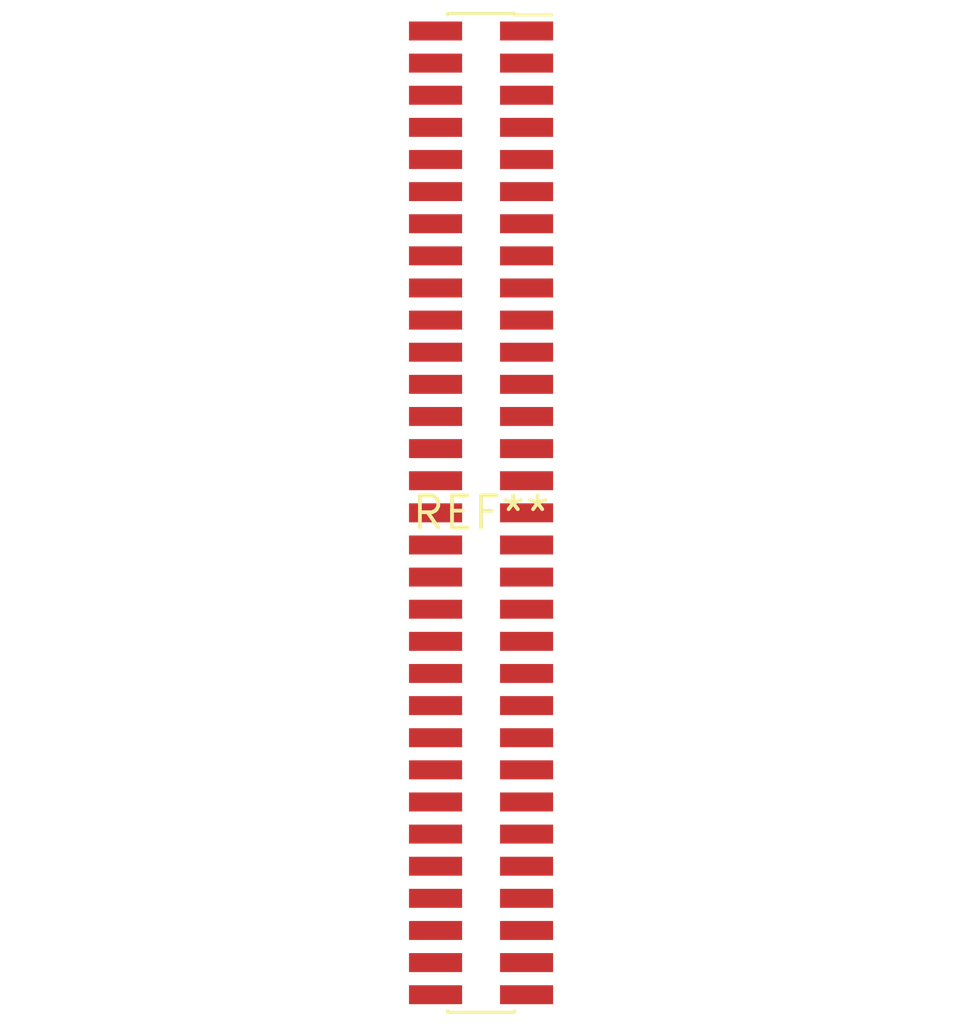
<source format=kicad_pcb>
(kicad_pcb (version 20240108) (generator pcbnew)
  (layers (0 "F.Cu" signal) (31 "B.Cu" signal) (34 "B.Paste" user) (35 "F.Paste" user) (36 "B.SilkS" user "B.Silkscreen") (37 "F.SilkS" user "F.Silkscreen") (38 "B.Mask" user) (39 "F.Mask" user) (44 "Edge.Cuts" user))
  (net 0 "")
  (footprint "PinSocket_2x31_P1.27mm_Vertical_SMD" (layer "F.Cu") (at 0 0)
    (property "Reference" "REF**")
    (property "Value" "PinSocket_2x31_P1.27mm_Vertical_SMD")
    (fp_line (start -1.33 -19.745) (end -1.33 -19.685) (layer "F.SilkS") (stroke (width 0.12)))
    (fp_line (start -1.33 -19.745) (end 1.33 -19.745) (layer "F.SilkS") (stroke (width 0.12)))
    (fp_line (start -1.33 19.685) (end -1.33 19.745) (layer "F.SilkS") (stroke (width 0.12)))
    (fp_line (start -1.33 19.745) (end 1.33 19.745) (layer "F.SilkS") (stroke (width 0.12)))
    (fp_line (start 1.33 -19.745) (end 1.33 -19.685) (layer "F.SilkS") (stroke (width 0.12)))
    (fp_line (start 1.33 -19.685) (end 2.79 -19.685) (layer "F.SilkS") (stroke (width 0.12)))
    (fp_line (start 1.33 19.685) (end 1.33 19.745) (layer "F.SilkS") (stroke (width 0.12)))
    (pad "1" smd rect (at 1.8 -19.05) (size 2.1 0.75) (layers "F.Cu" "F.Paste" "F.Mask"))
    (pad "2" smd rect (at -1.8 -19.05) (size 2.1 0.75) (layers "F.Cu" "F.Paste" "F.Mask"))
    (pad "3" smd rect (at 1.8 -17.78) (size 2.1 0.75) (layers "F.Cu" "F.Paste" "F.Mask"))
    (pad "4" smd rect (at -1.8 -17.78) (size 2.1 0.75) (layers "F.Cu" "F.Paste" "F.Mask"))
    (pad "5" smd rect (at 1.8 -16.51) (size 2.1 0.75) (layers "F.Cu" "F.Paste" "F.Mask"))
    (pad "6" smd rect (at -1.8 -16.51) (size 2.1 0.75) (layers "F.Cu" "F.Paste" "F.Mask"))
    (pad "7" smd rect (at 1.8 -15.24) (size 2.1 0.75) (layers "F.Cu" "F.Paste" "F.Mask"))
    (pad "8" smd rect (at -1.8 -15.24) (size 2.1 0.75) (layers "F.Cu" "F.Paste" "F.Mask"))
    (pad "9" smd rect (at 1.8 -13.97) (size 2.1 0.75) (layers "F.Cu" "F.Paste" "F.Mask"))
    (pad "10" smd rect (at -1.8 -13.97) (size 2.1 0.75) (layers "F.Cu" "F.Paste" "F.Mask"))
    (pad "11" smd rect (at 1.8 -12.7) (size 2.1 0.75) (layers "F.Cu" "F.Paste" "F.Mask"))
    (pad "12" smd rect (at -1.8 -12.7) (size 2.1 0.75) (layers "F.Cu" "F.Paste" "F.Mask"))
    (pad "13" smd rect (at 1.8 -11.43) (size 2.1 0.75) (layers "F.Cu" "F.Paste" "F.Mask"))
    (pad "14" smd rect (at -1.8 -11.43) (size 2.1 0.75) (layers "F.Cu" "F.Paste" "F.Mask"))
    (pad "15" smd rect (at 1.8 -10.16) (size 2.1 0.75) (layers "F.Cu" "F.Paste" "F.Mask"))
    (pad "16" smd rect (at -1.8 -10.16) (size 2.1 0.75) (layers "F.Cu" "F.Paste" "F.Mask"))
    (pad "17" smd rect (at 1.8 -8.89) (size 2.1 0.75) (layers "F.Cu" "F.Paste" "F.Mask"))
    (pad "18" smd rect (at -1.8 -8.89) (size 2.1 0.75) (layers "F.Cu" "F.Paste" "F.Mask"))
    (pad "19" smd rect (at 1.8 -7.62) (size 2.1 0.75) (layers "F.Cu" "F.Paste" "F.Mask"))
    (pad "20" smd rect (at -1.8 -7.62) (size 2.1 0.75) (layers "F.Cu" "F.Paste" "F.Mask"))
    (pad "21" smd rect (at 1.8 -6.35) (size 2.1 0.75) (layers "F.Cu" "F.Paste" "F.Mask"))
    (pad "22" smd rect (at -1.8 -6.35) (size 2.1 0.75) (layers "F.Cu" "F.Paste" "F.Mask"))
    (pad "23" smd rect (at 1.8 -5.08) (size 2.1 0.75) (layers "F.Cu" "F.Paste" "F.Mask"))
    (pad "24" smd rect (at -1.8 -5.08) (size 2.1 0.75) (layers "F.Cu" "F.Paste" "F.Mask"))
    (pad "25" smd rect (at 1.8 -3.81) (size 2.1 0.75) (layers "F.Cu" "F.Paste" "F.Mask"))
    (pad "26" smd rect (at -1.8 -3.81) (size 2.1 0.75) (layers "F.Cu" "F.Paste" "F.Mask"))
    (pad "27" smd rect (at 1.8 -2.54) (size 2.1 0.75) (layers "F.Cu" "F.Paste" "F.Mask"))
    (pad "28" smd rect (at -1.8 -2.54) (size 2.1 0.75) (layers "F.Cu" "F.Paste" "F.Mask"))
    (pad "29" smd rect (at 1.8 -1.27) (size 2.1 0.75) (layers "F.Cu" "F.Paste" "F.Mask"))
    (pad "30" smd rect (at -1.8 -1.27) (size 2.1 0.75) (layers "F.Cu" "F.Paste" "F.Mask"))
    (pad "31" smd rect (at 1.8 0) (size 2.1 0.75) (layers "F.Cu" "F.Paste" "F.Mask"))
    (pad "32" smd rect (at -1.8 0) (size 2.1 0.75) (layers "F.Cu" "F.Paste" "F.Mask"))
    (pad "33" smd rect (at 1.8 1.27) (size 2.1 0.75) (layers "F.Cu" "F.Paste" "F.Mask"))
    (pad "34" smd rect (at -1.8 1.27) (size 2.1 0.75) (layers "F.Cu" "F.Paste" "F.Mask"))
    (pad "35" smd rect (at 1.8 2.54) (size 2.1 0.75) (layers "F.Cu" "F.Paste" "F.Mask"))
    (pad "36" smd rect (at -1.8 2.54) (size 2.1 0.75) (layers "F.Cu" "F.Paste" "F.Mask"))
    (pad "37" smd rect (at 1.8 3.81) (size 2.1 0.75) (layers "F.Cu" "F.Paste" "F.Mask"))
    (pad "38" smd rect (at -1.8 3.81) (size 2.1 0.75) (layers "F.Cu" "F.Paste" "F.Mask"))
    (pad "39" smd rect (at 1.8 5.08) (size 2.1 0.75) (layers "F.Cu" "F.Paste" "F.Mask"))
    (pad "40" smd rect (at -1.8 5.08) (size 2.1 0.75) (layers "F.Cu" "F.Paste" "F.Mask"))
    (pad "41" smd rect (at 1.8 6.35) (size 2.1 0.75) (layers "F.Cu" "F.Paste" "F.Mask"))
    (pad "42" smd rect (at -1.8 6.35) (size 2.1 0.75) (layers "F.Cu" "F.Paste" "F.Mask"))
    (pad "43" smd rect (at 1.8 7.62) (size 2.1 0.75) (layers "F.Cu" "F.Paste" "F.Mask"))
    (pad "44" smd rect (at -1.8 7.62) (size 2.1 0.75) (layers "F.Cu" "F.Paste" "F.Mask"))
    (pad "45" smd rect (at 1.8 8.89) (size 2.1 0.75) (layers "F.Cu" "F.Paste" "F.Mask"))
    (pad "46" smd rect (at -1.8 8.89) (size 2.1 0.75) (layers "F.Cu" "F.Paste" "F.Mask"))
    (pad "47" smd rect (at 1.8 10.16) (size 2.1 0.75) (layers "F.Cu" "F.Paste" "F.Mask"))
    (pad "48" smd rect (at -1.8 10.16) (size 2.1 0.75) (layers "F.Cu" "F.Paste" "F.Mask"))
    (pad "49" smd rect (at 1.8 11.43) (size 2.1 0.75) (layers "F.Cu" "F.Paste" "F.Mask"))
    (pad "50" smd rect (at -1.8 11.43) (size 2.1 0.75) (layers "F.Cu" "F.Paste" "F.Mask"))
    (pad "51" smd rect (at 1.8 12.7) (size 2.1 0.75) (layers "F.Cu" "F.Paste" "F.Mask"))
    (pad "52" smd rect (at -1.8 12.7) (size 2.1 0.75) (layers "F.Cu" "F.Paste" "F.Mask"))
    (pad "53" smd rect (at 1.8 13.97) (size 2.1 0.75) (layers "F.Cu" "F.Paste" "F.Mask"))
    (pad "54" smd rect (at -1.8 13.97) (size 2.1 0.75) (layers "F.Cu" "F.Paste" "F.Mask"))
    (pad "55" smd rect (at 1.8 15.24) (size 2.1 0.75) (layers "F.Cu" "F.Paste" "F.Mask"))
    (pad "56" smd rect (at -1.8 15.24) (size 2.1 0.75) (layers "F.Cu" "F.Paste" "F.Mask"))
    (pad "57" smd rect (at 1.8 16.51) (size 2.1 0.75) (layers "F.Cu" "F.Paste" "F.Mask"))
    (pad "58" smd rect (at -1.8 16.51) (size 2.1 0.75) (layers "F.Cu" "F.Paste" "F.Mask"))
    (pad "59" smd rect (at 1.8 17.78) (size 2.1 0.75) (layers "F.Cu" "F.Paste" "F.Mask"))
    (pad "60" smd rect (at -1.8 17.78) (size 2.1 0.75) (layers "F.Cu" "F.Paste" "F.Mask"))
    (pad "61" smd rect (at 1.8 19.05) (size 2.1 0.75) (layers "F.Cu" "F.Paste" "F.Mask"))
    (pad "62" smd rect (at -1.8 19.05) (size 2.1 0.75) (layers "F.Cu" "F.Paste" "F.Mask"))
  )
)
</source>
